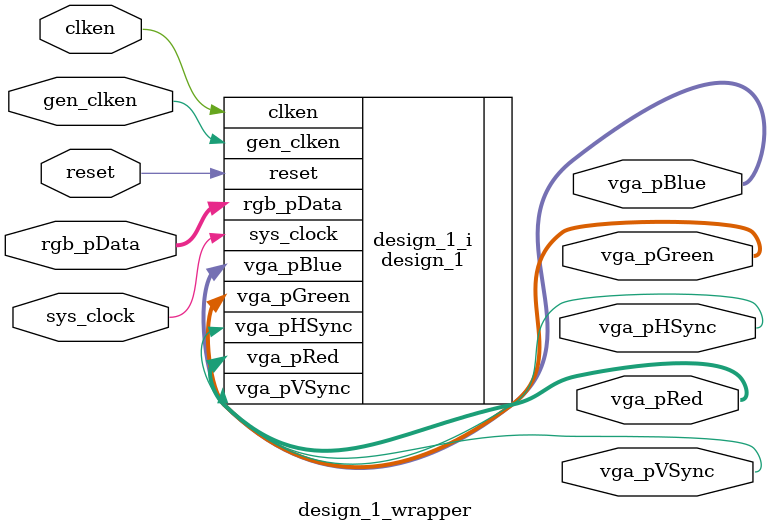
<source format=v>
`timescale 1 ps / 1 ps

module design_1_wrapper
   (clken,
    gen_clken,
    reset,
    rgb_pData,
    sys_clock,
    vga_pBlue,
    vga_pGreen,
    vga_pHSync,
    vga_pRed,
    vga_pVSync);
  input clken;
  input gen_clken;
  input reset;
  input [11:0]rgb_pData;
  input sys_clock;
  output [3:0]vga_pBlue;
  output [3:0]vga_pGreen;
  output vga_pHSync;
  output [3:0]vga_pRed;
  output vga_pVSync;

  wire clken;
  wire gen_clken;
  wire reset;
  wire [11:0]rgb_pData;
  wire sys_clock;
  wire [3:0]vga_pBlue;
  wire [3:0]vga_pGreen;
  wire vga_pHSync;
  wire [3:0]vga_pRed;
  wire vga_pVSync;

  design_1 design_1_i
       (.clken(clken),
        .gen_clken(gen_clken),
        .reset(reset),
        .rgb_pData(rgb_pData),
        .sys_clock(sys_clock),
        .vga_pBlue(vga_pBlue),
        .vga_pGreen(vga_pGreen),
        .vga_pHSync(vga_pHSync),
        .vga_pRed(vga_pRed),
        .vga_pVSync(vga_pVSync));
endmodule

</source>
